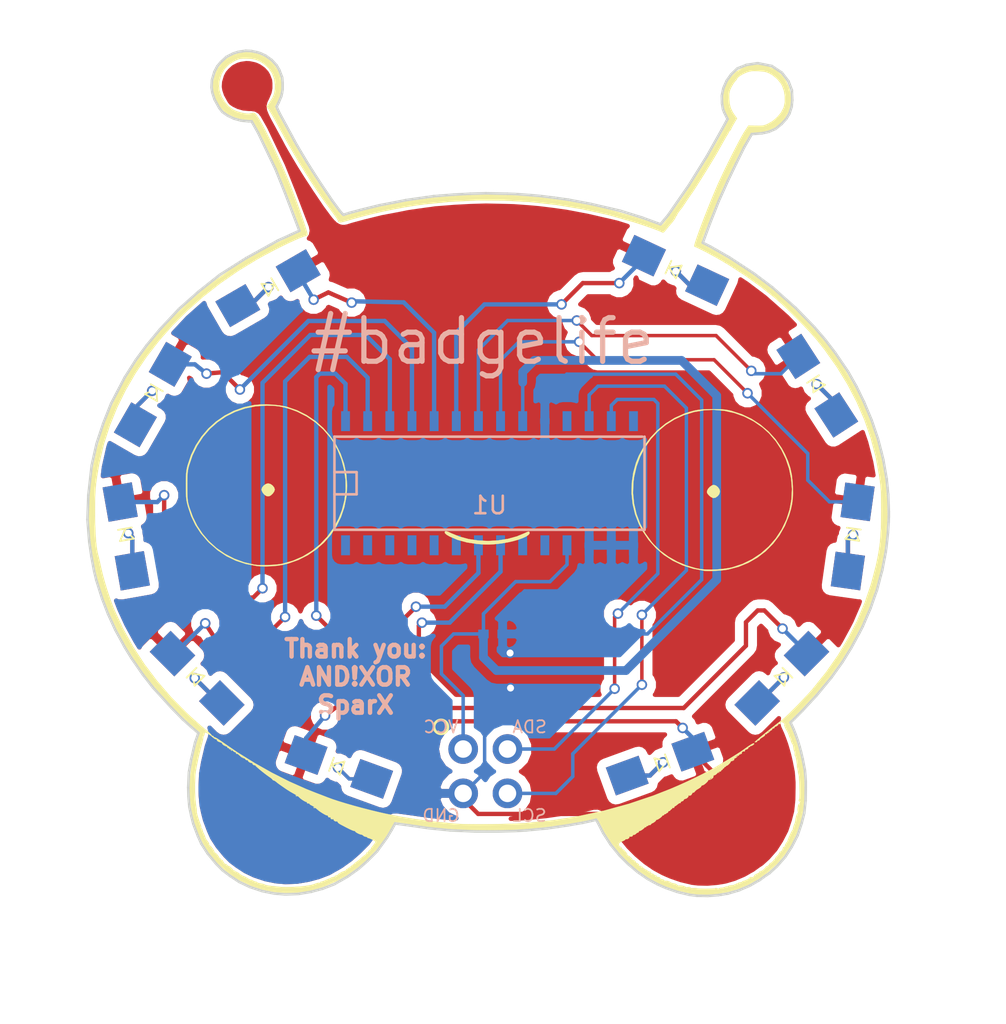
<source format=kicad_pcb>
(kicad_pcb (version 4) (host pcbnew 4.0.7)
  (layers (0 F.Cu signal) (31 B.Cu signal) (34 B.Paste user) (35 F.Paste user) (36 B.SilkS user) (37 F.SilkS user) (38 B.Mask user) (39 F.Mask user) (44 Edge.Cuts user))
  (net 0 "")
  (net 1 +3V3)
  (net 2 GND)
  (net 3 "Net-(D1-Pad2)")
  (net 4 "Net-(D2-Pad2)")
  (net 5 "Net-(D3-Pad2)")
  (net 6 "Net-(D4-Pad2)")
  (net 7 "Net-(D5-Pad2)")
  (net 8 "Net-(D6-Pad2)")
  (net 9 "Net-(D7-Pad2)")
  (net 10 "Net-(D8-Pad2)")
  (net 11 "Net-(D9-Pad2)")
  (net 12 "Net-(D10-Pad2)")
  (net 13 "Net-(R1-Pad1)")
  (net 14 "Net-(R2-Pad1)")
  (net 15 "Net-(R3-Pad1)")
  (net 16 "Net-(R4-Pad1)")
  (net 17 "Net-(R5-Pad1)")
  (net 18 "Net-(R6-Pad1)")
  (net 19 "Net-(R7-Pad1)")
  (net 20 "Net-(R8-Pad1)")
  (net 21 "Net-(R9-Pad1)")
  (net 22 scl)
  (net 23 sda)
  (net 24 "Net-(U1-Pad19)")
  (net 25 "Net-(U1-Pad20)")
  (net 26 "Net-(R10-Pad1)")
  (net 27 "Net-(U1-Pad23)")
  (net 28 "Net-(U1-Pad24)")
  (net 29 "Net-(U1-Pad25)")
  (net 30 "Net-(U1-Pad26)")
  (net 31 "Net-(U1-Pad27)")
  (net 32 "Net-(U1-Pad28)")
  (module mrmeeseeks-addon-lib:R_1206_HandSoldering_NoSilk (layer B.Cu) (at 116.84 111.76 225)
    (fp_text reference R9)
    (fp_text value 220)
    (pad 1 smd rect (at -2 0 225) (size 2 1.7) (layers B.Cu B.Paste B.Mask) (net 21 "Net-(R9-Pad1)"))
    (pad 2 smd rect (at 2 0 225) (size 2 1.7) (layers B.Cu B.Paste B.Mask) (net 11 "Net-(D9-Pad2)"))
  )
  (module mooncake-addon-design:silkscreen (layer F.Cu) (at 100 100)
    (fp_text reference G*** hide)
    (fp_text value LOGO hide)
  )
  (module mooncake-addon-design:soldermask (layer F.Cu) (at 100 100)
    (fp_text reference G*** hide)
    (fp_text value LOGO hide)
  )
  (module mrmeeseeks-addon-lib:Badgelife-Shitty-2x2 (layer F.Cu) (at 99.83724 117.08384)
    (fp_text reference X1)
    (fp_text value Badgelife_shitty_connector)
    (fp_text user SDA (at 2.54 -2.54) (layer B.SilkS) (effects (font (size 0.7 0.7) (thickness 0.1)) (justify mirror)))
    (fp_text user SCL (at 2.54 2.54) (layer B.SilkS) (effects (font (size 0.7 0.7) (thickness 0.1)) (justify mirror)))
    (fp_text user GND (at -2.54 2.54) (layer B.SilkS) (effects (font (size 0.7 0.7) (thickness 0.1)) (justify mirror)))
    (fp_text user VCC (at -2.54 -2.54) (layer B.SilkS) (effects (font (size 0.7 0.7) (thickness 0.1)) (justify mirror)))
    (pad 4 thru_hole circle (at 1.27 -1.27) (size 1.7 1.7) (drill 1) (layers *.Cu *.Mask) (net 23 sda))
    (pad 3 thru_hole oval (at 1.27 1.27) (size 1.7 1.7) (drill 1) (layers *.Cu *.Mask) (net 22 scl))
    (pad 1 thru_hole oval (at -1.27 -1.27) (size 1.7 1.7) (drill 1) (layers *.Cu *.Mask) (net 1 +3V3))
    (pad 2 thru_hole oval (at -1.27 1.27) (size 1.7 1.7) (drill 1) (layers *.Cu *.Mask) (net 2 GND))
  )
  (module SMD_Packages:SOIC-28 (layer B.Cu) (at 100.076 100.584)
    (fp_text reference U1 (at 0 1.26238) (layer B.SilkS) (effects (justify mirror)))
    (fp_text value MCP23017)
    (pad 1 smd rect (at -8.255 -3.556) (size 0.508 1.143) (layers B.Cu B.Paste B.Mask) (net 13 "Net-(R1-Pad1)"))
    (pad 2 smd rect (at -6.985 -3.556) (size 0.508 1.143) (layers B.Cu B.Paste B.Mask) (net 14 "Net-(R2-Pad1)"))
    (pad 3 smd rect (at -5.715 -3.556) (size 0.508 1.143) (layers B.Cu B.Paste B.Mask) (net 15 "Net-(R3-Pad1)"))
    (pad 4 smd rect (at -4.445 -3.556) (size 0.508 1.143) (layers B.Cu B.Paste B.Mask) (net 16 "Net-(R4-Pad1)"))
    (pad 5 smd rect (at -3.175 -3.556) (size 0.508 1.143) (layers B.Cu B.Paste B.Mask) (net 17 "Net-(R5-Pad1)"))
    (pad 6 smd rect (at -1.905 -3.556) (size 0.508 1.143) (layers B.Cu B.Paste B.Mask) (net 18 "Net-(R6-Pad1)"))
    (pad 7 smd rect (at -0.635 -3.556) (size 0.508 1.143) (layers B.Cu B.Paste B.Mask) (net 19 "Net-(R7-Pad1)"))
    (pad 8 smd rect (at 0.635 -3.556) (size 0.508 1.143) (layers B.Cu B.Paste B.Mask) (net 20 "Net-(R8-Pad1)"))
    (pad 9 smd rect (at 1.905 -3.556) (size 0.508 1.143) (layers B.Cu B.Paste B.Mask) (net 1 +3V3))
    (pad 10 smd rect (at 3.175 -3.556) (size 0.508 1.143) (layers B.Cu B.Paste B.Mask) (net 2 GND))
    (pad 11 smd rect (at 4.445 -3.556) (size 0.508 1.143) (layers B.Cu B.Paste B.Mask))
    (pad 12 smd rect (at 5.715 -3.556) (size 0.508 1.143) (layers B.Cu B.Paste B.Mask) (net 22 scl))
    (pad 13 smd rect (at 6.985 -3.556) (size 0.508 1.143) (layers B.Cu B.Paste B.Mask) (net 23 sda))
    (pad 14 smd rect (at 8.255 -3.556) (size 0.508 1.143) (layers B.Cu B.Paste B.Mask))
    (pad 15 smd rect (at 8.255 3.556) (size 0.508 1.143) (layers B.Cu B.Paste B.Mask) (net 2 GND))
    (pad 16 smd rect (at 6.985 3.556) (size 0.508 1.143) (layers B.Cu B.Paste B.Mask) (net 2 GND))
    (pad 17 smd rect (at 5.715 3.556) (size 0.508 1.143) (layers B.Cu B.Paste B.Mask) (net 2 GND))
    (pad 18 smd rect (at 4.445 3.556) (size 0.508 1.143) (layers B.Cu B.Paste B.Mask) (net 1 +3V3))
    (pad 19 smd rect (at 3.175 3.556) (size 0.508 1.143) (layers B.Cu B.Paste B.Mask) (net 24 "Net-(U1-Pad19)"))
    (pad 20 smd rect (at 1.905 3.556) (size 0.508 1.143) (layers B.Cu B.Paste B.Mask) (net 25 "Net-(U1-Pad20)"))
    (pad 21 smd rect (at 0.635 3.556) (size 0.508 1.143) (layers B.Cu B.Paste B.Mask) (net 21 "Net-(R9-Pad1)"))
    (pad 22 smd rect (at -0.635 3.556) (size 0.508 1.143) (layers B.Cu B.Paste B.Mask) (net 26 "Net-(R10-Pad1)"))
    (pad 23 smd rect (at -1.905 3.556) (size 0.508 1.143) (layers B.Cu B.Paste B.Mask) (net 27 "Net-(U1-Pad23)"))
    (pad 24 smd rect (at -3.175 3.556) (size 0.508 1.143) (layers B.Cu B.Paste B.Mask) (net 28 "Net-(U1-Pad24)"))
    (pad 25 smd rect (at -4.445 3.556) (size 0.508 1.143) (layers B.Cu B.Paste B.Mask) (net 29 "Net-(U1-Pad25)"))
    (pad 26 smd rect (at -5.715 3.556) (size 0.508 1.143) (layers B.Cu B.Paste B.Mask) (net 30 "Net-(U1-Pad26)"))
    (pad 27 smd rect (at -6.985 3.556) (size 0.508 1.143) (layers B.Cu B.Paste B.Mask) (net 31 "Net-(U1-Pad27)"))
    (pad 28 smd rect (at -8.255 3.556) (size 0.508 1.143) (layers B.Cu B.Paste B.Mask) (net 32 "Net-(U1-Pad28)"))
  )
  (module mrmeeseeks-addon-lib:C_0402_NoSilk_NoText (layer B.Cu) (at 100.2792 109.22)
    (fp_text reference C1)
    (fp_text value 0.1uf)
    (pad 1 smd rect (at -0.55 0) (size 0.6 0.5) (layers B.Cu B.Paste B.Mask) (net 1 +3V3))
    (pad 2 smd rect (at 0.55 0) (size 0.6 0.5) (layers B.Cu B.Paste B.Mask) (net 2 GND))
  )
  (module mrmeeseeks-addon-lib:R_1206_HandSoldering_NoSilk (layer B.Cu) (at 109.855 116.6495 200)
    (fp_text reference R10)
    (fp_text value 220)
    (pad 1 smd rect (at -2 0 200) (size 2 1.7) (layers B.Cu B.Paste B.Mask) (net 26 "Net-(R10-Pad1)"))
    (pad 2 smd rect (at 2 0 200) (size 2 1.7) (layers B.Cu B.Paste B.Mask) (net 12 "Net-(D10-Pad2)"))
  )
  (module mrmeeseeks-addon-lib:LED_1206_HandSoldering_MinSilk (layer F.Cu) (at 109.855 116.6495 200)
    (fp_text reference D10)
    (fp_text value LED)
    (pad 1 smd rect (at -2 0 200) (size 2 1.7) (layers F.Cu F.Paste F.Mask) (net 2 GND))
    (pad 2 smd rect (at 2 0 200) (size 2 1.7) (layers F.Cu F.Paste F.Mask) (net 12 "Net-(D10-Pad2)"))
  )
  (module mrmeeseeks-addon-lib:LED_1206_HandSoldering_MinSilk (layer F.Cu) (at 91.44 116.84 340)
    (fp_text reference D1)
    (fp_text value LED)
    (pad 1 smd rect (at -2 0 340) (size 2 1.7) (layers F.Cu F.Paste F.Mask) (net 2 GND))
    (pad 2 smd rect (at 2 0 340) (size 2 1.7) (layers F.Cu F.Paste F.Mask) (net 3 "Net-(D1-Pad2)"))
  )
  (module mrmeeseeks-addon-lib:LED_1206_HandSoldering_MinSilk (layer F.Cu) (at 83.312 111.76 315)
    (fp_text reference D2)
    (fp_text value LED)
    (pad 1 smd rect (at -2 0 315) (size 2 1.7) (layers F.Cu F.Paste F.Mask) (net 2 GND))
    (pad 2 smd rect (at 2 0 315) (size 2 1.7) (layers F.Cu F.Paste F.Mask) (net 4 "Net-(D2-Pad2)"))
  )
  (module mrmeeseeks-addon-lib:LED_1206_HandSoldering_MinSilk (layer F.Cu) (at 79.248 103.632 280)
    (fp_text reference D3)
    (fp_text value LED)
    (pad 1 smd rect (at -2 0 280) (size 2 1.7) (layers F.Cu F.Paste F.Mask) (net 2 GND))
    (pad 2 smd rect (at 2 0 280) (size 2 1.7) (layers F.Cu F.Paste F.Mask) (net 5 "Net-(D3-Pad2)"))
  )
  (module mrmeeseeks-addon-lib:LED_1206_HandSoldering_MinSilk (layer F.Cu) (at 80.772 95.504 240)
    (fp_text reference D4)
    (fp_text value LED)
    (pad 1 smd rect (at -2 0 240) (size 2 1.7) (layers F.Cu F.Paste F.Mask) (net 2 GND))
    (pad 2 smd rect (at 2 0 240) (size 2 1.7) (layers F.Cu F.Paste F.Mask) (net 6 "Net-(D4-Pad2)"))
  )
  (module mrmeeseeks-addon-lib:LED_1206_HandSoldering_MinSilk (layer F.Cu) (at 87.376 89.408 210)
    (fp_text reference D5)
    (fp_text value LED)
    (pad 1 smd rect (at -2 0 210) (size 2 1.7) (layers F.Cu F.Paste F.Mask) (net 2 GND))
    (pad 2 smd rect (at 2 0 210) (size 2 1.7) (layers F.Cu F.Paste F.Mask) (net 7 "Net-(D5-Pad2)"))
  )
  (module mrmeeseeks-addon-lib:LED_1206_HandSoldering_MinSilk (layer F.Cu) (at 110.744 88.392 335)
    (fp_text reference D6)
    (fp_text value LED)
    (pad 1 smd rect (at -2 0 335) (size 2 1.7) (layers F.Cu F.Paste F.Mask) (net 2 GND))
    (pad 2 smd rect (at 2 0 335) (size 2 1.7) (layers F.Cu F.Paste F.Mask) (net 8 "Net-(D6-Pad2)"))
  )
  (module mrmeeseeks-addon-lib:LED_1206_HandSoldering_MinSilk (layer F.Cu) (at 118.872 94.996 303)
    (fp_text reference D7)
    (fp_text value LED)
    (pad 1 smd rect (at -2 0 303) (size 2 1.7) (layers F.Cu F.Paste F.Mask) (net 2 GND))
    (pad 2 smd rect (at 2 0 303) (size 2 1.7) (layers F.Cu F.Paste F.Mask) (net 9 "Net-(D7-Pad2)"))
  )
  (module mrmeeseeks-addon-lib:LED_1206_HandSoldering_MinSilk (layer F.Cu) (at 120.904 103.632 262)
    (fp_text reference D8)
    (fp_text value LED)
    (pad 1 smd rect (at -2 0 262) (size 2 1.7) (layers F.Cu F.Paste F.Mask) (net 2 GND))
    (pad 2 smd rect (at 2 0 262) (size 2 1.7) (layers F.Cu F.Paste F.Mask) (net 10 "Net-(D8-Pad2)"))
  )
  (module mrmeeseeks-addon-lib:LED_1206_HandSoldering_MinSilk (layer F.Cu) (at 116.84 111.76 225)
    (fp_text reference D9)
    (fp_text value LED)
    (pad 1 smd rect (at -2 0 225) (size 2 1.7) (layers F.Cu F.Paste F.Mask) (net 2 GND))
    (pad 2 smd rect (at 2 0 225) (size 2 1.7) (layers F.Cu F.Paste F.Mask) (net 11 "Net-(D9-Pad2)"))
  )
  (module mrmeeseeks-addon-lib:R_1206_HandSoldering_NoSilk (layer B.Cu) (at 120.904 103.632 262)
    (fp_text reference R8)
    (fp_text value 220)
    (pad 1 smd rect (at -2 0 262) (size 2 1.7) (layers B.Cu B.Paste B.Mask) (net 20 "Net-(R8-Pad1)"))
    (pad 2 smd rect (at 2 0 262) (size 2 1.7) (layers B.Cu B.Paste B.Mask) (net 10 "Net-(D8-Pad2)"))
  )
  (module mrmeeseeks-addon-lib:R_1206_HandSoldering_NoSilk (layer B.Cu) (at 118.872 94.996 303)
    (fp_text reference R7)
    (fp_text value 220)
    (pad 1 smd rect (at -2 0 303) (size 2 1.7) (layers B.Cu B.Paste B.Mask) (net 19 "Net-(R7-Pad1)"))
    (pad 2 smd rect (at 2 0 303) (size 2 1.7) (layers B.Cu B.Paste B.Mask) (net 9 "Net-(D7-Pad2)"))
  )
  (module mrmeeseeks-addon-lib:R_1206_HandSoldering_NoSilk (layer B.Cu) (at 110.744 88.392 335)
    (fp_text reference R6)
    (fp_text value 220)
    (pad 1 smd rect (at -2 0 335) (size 2 1.7) (layers B.Cu B.Paste B.Mask) (net 18 "Net-(R6-Pad1)"))
    (pad 2 smd rect (at 2 0 335) (size 2 1.7) (layers B.Cu B.Paste B.Mask) (net 8 "Net-(D6-Pad2)"))
  )
  (module mrmeeseeks-addon-lib:R_1206_HandSoldering_NoSilk (layer B.Cu) (at 87.376 89.408 210)
    (fp_text reference R5)
    (fp_text value 220)
    (pad 1 smd rect (at -2 0 210) (size 2 1.7) (layers B.Cu B.Paste B.Mask) (net 17 "Net-(R5-Pad1)"))
    (pad 2 smd rect (at 2 0 210) (size 2 1.7) (layers B.Cu B.Paste B.Mask) (net 7 "Net-(D5-Pad2)"))
  )
  (module mrmeeseeks-addon-lib:R_1206_HandSoldering_NoSilk (layer B.Cu) (at 80.772 95.504 240)
    (fp_text reference R4)
    (fp_text value 220)
    (pad 1 smd rect (at -2 0 240) (size 2 1.7) (layers B.Cu B.Paste B.Mask) (net 16 "Net-(R4-Pad1)"))
    (pad 2 smd rect (at 2 0 240) (size 2 1.7) (layers B.Cu B.Paste B.Mask) (net 6 "Net-(D4-Pad2)"))
  )
  (module mrmeeseeks-addon-lib:R_1206_HandSoldering_NoSilk (layer B.Cu) (at 79.248 103.632 280)
    (fp_text reference R3)
    (fp_text value 220)
    (pad 1 smd rect (at -2 0 280) (size 2 1.7) (layers B.Cu B.Paste B.Mask) (net 15 "Net-(R3-Pad1)"))
    (pad 2 smd rect (at 2 0 280) (size 2 1.7) (layers B.Cu B.Paste B.Mask) (net 5 "Net-(D3-Pad2)"))
  )
  (module mrmeeseeks-addon-lib:R_1206_HandSoldering_NoSilk (layer B.Cu) (at 83.312 111.76 315)
    (fp_text reference R2)
    (fp_text value 220)
    (pad 1 smd rect (at -2 0 315) (size 2 1.7) (layers B.Cu B.Paste B.Mask) (net 14 "Net-(R2-Pad1)"))
    (pad 2 smd rect (at 2 0 315) (size 2 1.7) (layers B.Cu B.Paste B.Mask) (net 4 "Net-(D2-Pad2)"))
  )
  (module mrmeeseeks-addon-lib:R_1206_HandSoldering_NoSilk (layer B.Cu) (at 91.44 116.84 340)
    (fp_text reference R1)
    (fp_text value 220)
    (pad 1 smd rect (at -2 0 340) (size 2 1.7) (layers B.Cu B.Paste B.Mask) (net 13 "Net-(R1-Pad1)"))
    (pad 2 smd rect (at 2 0 340) (size 2 1.7) (layers B.Cu B.Paste B.Mask) (net 3 "Net-(D1-Pad2)"))
  )
  (gr_line (start 120.6373 94.1959) (end 121.0818 94.9833) (angle 90) (layer Edge.Cuts) (width 0.15))
  (gr_line (start 119.9007 93.1164) (end 120.6373 94.1959) (angle 90) (layer Edge.Cuts) (width 0.15))
  (gr_line (start 119.3165 92.3544) (end 119.9007 93.1164) (angle 90) (layer Edge.Cuts) (width 0.15))
  (gr_line (start 118.6942 91.6305) (end 119.3165 92.3544) (angle 90) (layer Edge.Cuts) (width 0.15))
  (gr_line (start 117.6274 90.5383) (end 118.6942 91.6305) (angle 90) (layer Edge.Cuts) (width 0.15))
  (gr_line (start 116.3193 89.3826) (end 117.6274 90.5383) (angle 90) (layer Edge.Cuts) (width 0.15))
  (gr_line (start 115.2398 88.5698) (end 116.3193 89.3826) (angle 90) (layer Edge.Cuts) (width 0.15))
  (gr_line (start 113.8428 87.6554) (end 115.2398 88.5698) (angle 90) (layer Edge.Cuts) (width 0.15))
  (gr_line (start 112.776 87.0458) (end 113.8428 87.6554) (angle 90) (layer Edge.Cuts) (width 0.15))
  (gr_line (start 112.3061 86.8045) (end 112.776 87.0458) (angle 90) (layer Edge.Cuts) (width 0.15))
  (gr_line (start 112.7125 85.6996) (end 112.3061 86.8045) (angle 90) (layer Edge.Cuts) (width 0.15))
  (gr_line (start 113.2205 84.4169) (end 112.7125 85.6996) (angle 90) (layer Edge.Cuts) (width 0.15))
  (gr_line (start 113.7412 83.2612) (end 113.2205 84.4169) (angle 90) (layer Edge.Cuts) (width 0.15))
  (gr_line (start 114.2111 82.2833) (end 113.7412 83.2612) (angle 90) (layer Edge.Cuts) (width 0.15))
  (gr_line (start 114.681 81.3308) (end 114.2111 82.2833) (angle 90) (layer Edge.Cuts) (width 0.15))
  (gr_line (start 115.1128 80.5815) (end 114.681 81.3308) (angle 90) (layer Edge.Cuts) (width 0.15))
  (gr_line (start 115.7097 80.5307) (end 115.1128 80.5815) (angle 90) (layer Edge.Cuts) (width 0.15))
  (gr_line (start 116.078 80.4545) (end 115.7097 80.5307) (angle 90) (layer Edge.Cuts) (width 0.15))
  (gr_line (start 116.4844 80.2767) (end 116.078 80.4545) (angle 90) (layer Edge.Cuts) (width 0.15))
  (gr_line (start 116.8273 79.9973) (end 116.4844 80.2767) (angle 90) (layer Edge.Cuts) (width 0.15))
  (gr_line (start 117.094 79.7052) (end 116.8273 79.9973) (angle 90) (layer Edge.Cuts) (width 0.15))
  (gr_line (start 117.2718 79.4131) (end 117.094 79.7052) (angle 90) (layer Edge.Cuts) (width 0.15))
  (gr_line (start 117.3988 79.0194) (end 117.2718 79.4131) (angle 90) (layer Edge.Cuts) (width 0.15))
  (gr_line (start 117.4369 78.6384) (end 117.3988 79.0194) (angle 90) (layer Edge.Cuts) (width 0.15))
  (gr_line (start 117.4115 78.0669) (end 117.4369 78.6384) (angle 90) (layer Edge.Cuts) (width 0.15))
  (gr_line (start 117.221 77.5589) (end 117.4115 78.0669) (angle 90) (layer Edge.Cuts) (width 0.15))
  (gr_line (start 116.84 77.0636) (end 117.221 77.5589) (angle 90) (layer Edge.Cuts) (width 0.15))
  (gr_line (start 116.2685 76.6826) (end 116.84 77.0636) (angle 90) (layer Edge.Cuts) (width 0.15))
  (gr_line (start 115.4557 76.5175) (end 116.2685 76.6826) (angle 90) (layer Edge.Cuts) (width 0.15))
  (gr_line (start 114.808 76.6191) (end 115.4557 76.5175) (angle 90) (layer Edge.Cuts) (width 0.15))
  (gr_line (start 114.2873 76.8223) (end 114.808 76.6191) (angle 90) (layer Edge.Cuts) (width 0.15))
  (gr_line (start 113.9317 77.1652) (end 114.2873 76.8223) (angle 90) (layer Edge.Cuts) (width 0.15))
  (gr_line (start 113.6777 77.5208) (end 113.9317 77.1652) (angle 90) (layer Edge.Cuts) (width 0.15))
  (gr_line (start 113.4872 77.9526) (end 113.6777 77.5208) (angle 90) (layer Edge.Cuts) (width 0.15))
  (gr_line (start 113.3983 78.3844) (end 113.4872 77.9526) (angle 90) (layer Edge.Cuts) (width 0.15))
  (gr_line (start 113.411 78.8162) (end 113.3983 78.3844) (angle 90) (layer Edge.Cuts) (width 0.15))
  (gr_line (start 113.4618 79.1337) (end 113.411 78.8162) (angle 90) (layer Edge.Cuts) (width 0.15))
  (gr_line (start 113.538 79.3369) (end 113.4618 79.1337) (angle 90) (layer Edge.Cuts) (width 0.15))
  (gr_line (start 113.7285 79.7179) (end 113.538 79.3369) (angle 90) (layer Edge.Cuts) (width 0.15))
  (gr_line (start 113.411 80.3021) (end 113.7285 79.7179) (angle 90) (layer Edge.Cuts) (width 0.15))
  (gr_line (start 112.5474 81.8388) (end 113.411 80.3021) (angle 90) (layer Edge.Cuts) (width 0.15))
  (gr_line (start 111.506 83.5152) (end 112.5474 81.8388) (angle 90) (layer Edge.Cuts) (width 0.15))
  (gr_line (start 110.3249 85.217) (end 111.506 83.5152) (angle 90) (layer Edge.Cuts) (width 0.15))
  (gr_line (start 109.8804 85.7504) (end 110.3249 85.217) (angle 90) (layer Edge.Cuts) (width 0.15))
  (gr_line (start 108.839 85.3694) (end 109.8804 85.7504) (angle 90) (layer Edge.Cuts) (width 0.15))
  (gr_line (start 107.5817 84.9757) (end 108.839 85.3694) (angle 90) (layer Edge.Cuts) (width 0.15))
  (gr_line (start 105.8799 84.582) (end 107.5817 84.9757) (angle 90) (layer Edge.Cuts) (width 0.15))
  (gr_line (start 104.6099 84.3407) (end 105.8799 84.582) (angle 90) (layer Edge.Cuts) (width 0.15))
  (gr_line (start 103.7971 84.2264) (end 104.6099 84.3407) (angle 90) (layer Edge.Cuts) (width 0.15))
  (gr_line (start 102.9716 84.1248) (end 103.7971 84.2264) (angle 90) (layer Edge.Cuts) (width 0.15))
  (gr_line (start 102.3874 84.074) (end 102.9716 84.1248) (angle 90) (layer Edge.Cuts) (width 0.15))
  (gr_line (start 101.5111 84.0105) (end 102.3874 84.074) (angle 90) (layer Edge.Cuts) (width 0.15))
  (gr_line (start 101.1047 83.9978) (end 101.5111 84.0105) (angle 90) (layer Edge.Cuts) (width 0.15))
  (gr_line (start 99.8728 83.9724) (end 101.1047 83.9978) (angle 90) (layer Edge.Cuts) (width 0.15))
  (gr_line (start 98.9711 83.9978) (end 99.8728 83.9724) (angle 90) (layer Edge.Cuts) (width 0.15))
  (gr_line (start 98.0186 84.0486) (end 98.9711 83.9978) (angle 90) (layer Edge.Cuts) (width 0.15))
  (gr_line (start 97.2185 84.1121) (end 98.0186 84.0486) (angle 90) (layer Edge.Cuts) (width 0.15))
  (gr_line (start 96.8756 84.1375) (end 97.2185 84.1121) (angle 90) (layer Edge.Cuts) (width 0.15))
  (gr_line (start 96.6343 84.1756) (end 96.8756 84.1375) (angle 90) (layer Edge.Cuts) (width 0.15))
  (gr_line (start 96.4311 84.201) (end 96.6343 84.1756) (angle 90) (layer Edge.Cuts) (width 0.15))
  (gr_line (start 95.7961 84.2899) (end 96.4311 84.201) (angle 90) (layer Edge.Cuts) (width 0.15))
  (gr_line (start 95.2754 84.3661) (end 95.7961 84.2899) (angle 90) (layer Edge.Cuts) (width 0.15))
  (gr_line (start 94.6404 84.4931) (end 95.2754 84.3661) (angle 90) (layer Edge.Cuts) (width 0.15))
  (gr_line (start 93.7641 84.6582) (end 94.6404 84.4931) (angle 90) (layer Edge.Cuts) (width 0.15))
  (gr_line (start 92.7354 84.9122) (end 93.7641 84.6582) (angle 90) (layer Edge.Cuts) (width 0.15))
  (gr_line (start 92.0242 85.1027) (end 92.7354 84.9122) (angle 90) (layer Edge.Cuts) (width 0.15))
  (gr_line (start 91.7067 85.2043) (end 92.0242 85.1027) (angle 90) (layer Edge.Cuts) (width 0.15))
  (gr_line (start 91.6432 85.1535) (end 91.7067 85.2043) (angle 90) (layer Edge.Cuts) (width 0.15))
  (gr_line (start 91.4781 84.963) (end 91.6432 85.1535) (angle 90) (layer Edge.Cuts) (width 0.15))
  (gr_line (start 91.0463 84.3788) (end 91.4781 84.963) (angle 90) (layer Edge.Cuts) (width 0.15))
  (gr_line (start 90.8939 84.1502) (end 91.0463 84.3788) (angle 90) (layer Edge.Cuts) (width 0.15))
  (gr_line (start 90.7542 83.947) (end 90.8939 84.1502) (angle 90) (layer Edge.Cuts) (width 0.15))
  (gr_line (start 90.6272 83.7565) (end 90.7542 83.947) (angle 90) (layer Edge.Cuts) (width 0.15))
  (gr_line (start 90.4621 83.5152) (end 90.6272 83.7565) (angle 90) (layer Edge.Cuts) (width 0.15))
  (gr_line (start 89.9414 82.7151) (end 90.4621 83.5152) (angle 90) (layer Edge.Cuts) (width 0.15))
  (gr_line (start 89.5985 82.169) (end 89.9414 82.7151) (angle 90) (layer Edge.Cuts) (width 0.15))
  (gr_line (start 89.2556 81.5975) (end 89.5985 82.169) (angle 90) (layer Edge.Cuts) (width 0.15))
  (gr_line (start 89.0397 81.2292) (end 89.2556 81.5975) (angle 90) (layer Edge.Cuts) (width 0.15))
  (gr_line (start 88.8746 80.9371) (end 89.0397 81.2292) (angle 90) (layer Edge.Cuts) (width 0.15))
  (gr_line (start 88.7476 80.6958) (end 88.8746 80.9371) (angle 90) (layer Edge.Cuts) (width 0.15))
  (gr_line (start 88.4301 80.1116) (end 88.7476 80.6958) (angle 90) (layer Edge.Cuts) (width 0.15))
  (gr_line (start 88.0491 79.4131) (end 88.4301 80.1116) (angle 90) (layer Edge.Cuts) (width 0.15))
  (gr_line (start 87.9221 79.1464) (end 88.0491 79.4131) (angle 90) (layer Edge.Cuts) (width 0.15))
  (gr_line (start 87.8713 79.0067) (end 87.9221 79.1464) (angle 90) (layer Edge.Cuts) (width 0.15))
  (gr_line (start 87.9729 78.8035) (end 87.8713 79.0067) (angle 90) (layer Edge.Cuts) (width 0.15))
  (gr_line (start 88.138 78.4098) (end 87.9729 78.8035) (angle 90) (layer Edge.Cuts) (width 0.15))
  (gr_line (start 88.1761 78.232) (end 88.138 78.4098) (angle 90) (layer Edge.Cuts) (width 0.15))
  (gr_line (start 88.2142 78.0161) (end 88.1761 78.232) (angle 90) (layer Edge.Cuts) (width 0.15))
  (gr_line (start 88.2142 77.6478) (end 88.2142 78.0161) (angle 90) (layer Edge.Cuts) (width 0.15))
  (gr_line (start 88.1888 77.343) (end 88.2142 77.6478) (angle 90) (layer Edge.Cuts) (width 0.15))
  (gr_line (start 88.0237 76.9112) (end 88.1888 77.343) (angle 90) (layer Edge.Cuts) (width 0.15))
  (gr_line (start 87.8713 76.6445) (end 88.0237 76.9112) (angle 90) (layer Edge.Cuts) (width 0.15))
  (gr_line (start 87.5919 76.3397) (end 87.8713 76.6445) (angle 90) (layer Edge.Cuts) (width 0.15))
  (gr_line (start 87.2363 76.0857) (end 87.5919 76.3397) (angle 90) (layer Edge.Cuts) (width 0.15))
  (gr_line (start 86.9696 75.9587) (end 87.2363 76.0857) (angle 90) (layer Edge.Cuts) (width 0.15))
  (gr_line (start 86.7664 75.8952) (end 86.9696 75.9587) (angle 90) (layer Edge.Cuts) (width 0.15))
  (gr_line (start 86.3981 75.819) (end 86.7664 75.8952) (angle 90) (layer Edge.Cuts) (width 0.15))
  (gr_line (start 86.0933 75.8063) (end 86.3981 75.819) (angle 90) (layer Edge.Cuts) (width 0.15))
  (gr_line (start 85.6742 75.8698) (end 86.0933 75.8063) (angle 90) (layer Edge.Cuts) (width 0.15))
  (gr_line (start 85.3821 75.9587) (end 85.6742 75.8698) (angle 90) (layer Edge.Cuts) (width 0.15))
  (gr_line (start 84.9884 76.1619) (end 85.3821 75.9587) (angle 90) (layer Edge.Cuts) (width 0.15))
  (gr_line (start 84.6709 76.454) (end 84.9884 76.1619) (angle 90) (layer Edge.Cuts) (width 0.15))
  (gr_line (start 84.4677 76.6953) (end 84.6709 76.454) (angle 90) (layer Edge.Cuts) (width 0.15))
  (gr_line (start 84.3026 77.0128) (end 84.4677 76.6953) (angle 90) (layer Edge.Cuts) (width 0.15))
  (gr_line (start 84.1629 77.4827) (end 84.3026 77.0128) (angle 90) (layer Edge.Cuts) (width 0.15))
  (gr_line (start 84.1375 77.9018) (end 84.1629 77.4827) (angle 90) (layer Edge.Cuts) (width 0.15))
  (gr_line (start 84.1883 78.2193) (end 84.1375 77.9018) (angle 90) (layer Edge.Cuts) (width 0.15))
  (gr_line (start 84.3153 78.6003) (end 84.1883 78.2193) (angle 90) (layer Edge.Cuts) (width 0.15))
  (gr_line (start 84.582 79.0829) (end 84.3153 78.6003) (angle 90) (layer Edge.Cuts) (width 0.15))
  (gr_line (start 84.7598 79.3115) (end 84.582 79.0829) (angle 90) (layer Edge.Cuts) (width 0.15))
  (gr_line (start 85.0519 79.5147) (end 84.7598 79.3115) (angle 90) (layer Edge.Cuts) (width 0.15))
  (gr_line (start 85.4202 79.6925) (end 85.0519 79.5147) (angle 90) (layer Edge.Cuts) (width 0.15))
  (gr_line (start 85.8393 79.8068) (end 85.4202 79.6925) (angle 90) (layer Edge.Cuts) (width 0.15))
  (gr_line (start 86.2457 79.8449) (end 85.8393 79.8068) (angle 90) (layer Edge.Cuts) (width 0.15))
  (gr_line (start 86.4362 79.8449) (end 86.2457 79.8449) (angle 90) (layer Edge.Cuts) (width 0.15))
  (gr_line (start 86.8045 80.4926) (end 86.4362 79.8449) (angle 90) (layer Edge.Cuts) (width 0.15))
  (gr_line (start 87.8078 82.5881) (end 86.8045 80.4926) (angle 90) (layer Edge.Cuts) (width 0.15))
  (gr_line (start 88.3666 83.9851) (end 87.8078 82.5881) (angle 90) (layer Edge.Cuts) (width 0.15))
  (gr_line (start 89.1794 86.1187) (end 88.3666 83.9851) (angle 90) (layer Edge.Cuts) (width 0.15))
  (gr_line (start 87.9475 86.6775) (end 89.1794 86.1187) (angle 90) (layer Edge.Cuts) (width 0.15))
  (gr_line (start 86.1314 87.6808) (end 87.9475 86.6775) (angle 90) (layer Edge.Cuts) (width 0.15))
  (gr_line (start 84.6074 88.646) (end 86.1314 87.6808) (angle 90) (layer Edge.Cuts) (width 0.15))
  (gr_line (start 83.3882 89.6112) (end 84.6074 88.646) (angle 90) (layer Edge.Cuts) (width 0.15))
  (gr_line (start 82.2706 90.6018) (end 83.3882 89.6112) (angle 90) (layer Edge.Cuts) (width 0.15))
  (gr_line (start 81.1784 91.7702) (end 82.2706 90.6018) (angle 90) (layer Edge.Cuts) (width 0.15))
  (gr_line (start 80.4164 92.6846) (end 81.1784 91.7702) (angle 90) (layer Edge.Cuts) (width 0.15))
  (gr_line (start 79.8068 93.5101) (end 80.4164 92.6846) (angle 90) (layer Edge.Cuts) (width 0.15))
  (gr_line (start 79.1591 94.5261) (end 79.8068 93.5101) (angle 90) (layer Edge.Cuts) (width 0.15))
  (gr_line (start 78.3844 96.012) (end 79.1591 94.5261) (angle 90) (layer Edge.Cuts) (width 0.15))
  (gr_line (start 77.9272 97.1677) (end 78.3844 96.012) (angle 90) (layer Edge.Cuts) (width 0.15))
  (gr_line (start 77.5462 98.3234) (end 77.9272 97.1677) (angle 90) (layer Edge.Cuts) (width 0.15))
  (gr_line (start 77.2668 99.568) (end 77.5462 98.3234) (angle 90) (layer Edge.Cuts) (width 0.15))
  (gr_line (start 77.0763 101.2698) (end 77.2668 99.568) (angle 90) (layer Edge.Cuts) (width 0.15))
  (gr_line (start 77.0255 102.6668) (end 77.0763 101.2698) (angle 90) (layer Edge.Cuts) (width 0.15))
  (gr_line (start 77.1271 103.9368) (end 77.0255 102.6668) (angle 90) (layer Edge.Cuts) (width 0.15))
  (gr_line (start 77.2541 104.8004) (end 77.1271 103.9368) (angle 90) (layer Edge.Cuts) (width 0.15))
  (gr_line (start 77.4065 105.6132) (end 77.2541 104.8004) (angle 90) (layer Edge.Cuts) (width 0.15))
  (gr_line (start 77.5335 106.1339) (end 77.4065 105.6132) (angle 90) (layer Edge.Cuts) (width 0.15))
  (gr_line (start 77.8637 107.188) (end 77.5335 106.1339) (angle 90) (layer Edge.Cuts) (width 0.15))
  (gr_line (start 78.2066 108.077) (end 77.8637 107.188) (angle 90) (layer Edge.Cuts) (width 0.15))
  (gr_line (start 78.6257 108.9914) (end 78.2066 108.077) (angle 90) (layer Edge.Cuts) (width 0.15))
  (gr_line (start 79.1591 109.9693) (end 78.6257 108.9914) (angle 90) (layer Edge.Cuts) (width 0.15))
  (gr_line (start 79.5401 110.5916) (end 79.1591 109.9693) (angle 90) (layer Edge.Cuts) (width 0.15))
  (gr_line (start 80.2005 111.5441) (end 79.5401 110.5916) (angle 90) (layer Edge.Cuts) (width 0.15))
  (gr_line (start 80.7847 112.2934) (end 80.2005 111.5441) (angle 90) (layer Edge.Cuts) (width 0.15))
  (gr_line (start 81.8642 113.4745) (end 80.7847 112.2934) (angle 90) (layer Edge.Cuts) (width 0.15))
  (gr_line (start 82.4992 114.1222) (end 81.8642 113.4745) (angle 90) (layer Edge.Cuts) (width 0.15))
  (gr_line (start 82.9564 114.5286) (end 82.4992 114.1222) (angle 90) (layer Edge.Cuts) (width 0.15))
  (gr_line (start 83.3882 114.8969) (end 82.9564 114.5286) (angle 90) (layer Edge.Cuts) (width 0.15))
  (gr_line (start 83.1977 115.443) (end 83.3882 114.8969) (angle 90) (layer Edge.Cuts) (width 0.15))
  (gr_line (start 82.9691 116.4209) (end 83.1977 115.443) (angle 90) (layer Edge.Cuts) (width 0.15))
  (gr_line (start 82.8421 117.1448) (end 82.9691 116.4209) (angle 90) (layer Edge.Cuts) (width 0.15))
  (gr_line (start 82.804 118.0211) (end 82.8421 117.1448) (angle 90) (layer Edge.Cuts) (width 0.15))
  (gr_line (start 82.8167 118.5164) (end 82.804 118.0211) (angle 90) (layer Edge.Cuts) (width 0.15))
  (gr_line (start 82.8675 119.126) (end 82.8167 118.5164) (angle 90) (layer Edge.Cuts) (width 0.15))
  (gr_line (start 82.9818 119.6594) (end 82.8675 119.126) (angle 90) (layer Edge.Cuts) (width 0.15))
  (gr_line (start 83.0961 120.1039) (end 82.9818 119.6594) (angle 90) (layer Edge.Cuts) (width 0.15))
  (gr_line (start 83.3501 120.777) (end 83.0961 120.1039) (angle 90) (layer Edge.Cuts) (width 0.15))
  (gr_line (start 83.5533 121.2342) (end 83.3501 120.777) (angle 90) (layer Edge.Cuts) (width 0.15))
  (gr_line (start 83.9216 121.8057) (end 83.5533 121.2342) (angle 90) (layer Edge.Cuts) (width 0.15))
  (gr_line (start 84.4042 122.3899) (end 83.9216 121.8057) (angle 90) (layer Edge.Cuts) (width 0.15))
  (gr_line (start 84.7852 122.7709) (end 84.4042 122.3899) (angle 90) (layer Edge.Cuts) (width 0.15))
  (gr_line (start 85.1916 123.0757) (end 84.7852 122.7709) (angle 90) (layer Edge.Cuts) (width 0.15))
  (gr_line (start 85.7123 123.4186) (end 85.1916 123.0757) (angle 90) (layer Edge.Cuts) (width 0.15))
  (gr_line (start 86.3219 123.7107) (end 85.7123 123.4186) (angle 90) (layer Edge.Cuts) (width 0.15))
  (gr_line (start 87.0458 123.952) (end 86.3219 123.7107) (angle 90) (layer Edge.Cuts) (width 0.15))
  (gr_line (start 87.7443 124.0917) (end 87.0458 123.952) (angle 90) (layer Edge.Cuts) (width 0.15))
  (gr_line (start 88.3666 124.1425) (end 87.7443 124.0917) (angle 90) (layer Edge.Cuts) (width 0.15))
  (gr_line (start 89.1032 124.1171) (end 88.3666 124.1425) (angle 90) (layer Edge.Cuts) (width 0.15))
  (gr_line (start 89.8525 123.9901) (end 89.1032 124.1171) (angle 90) (layer Edge.Cuts) (width 0.15))
  (gr_line (start 90.5129 123.8123) (end 89.8525 123.9901) (angle 90) (layer Edge.Cuts) (width 0.15))
  (gr_line (start 91.1733 123.5583) (end 90.5129 123.8123) (angle 90) (layer Edge.Cuts) (width 0.15))
  (gr_line (start 91.9353 123.1265) (end 91.1733 123.5583) (angle 90) (layer Edge.Cuts) (width 0.15))
  (gr_line (start 92.5576 122.682) (end 91.9353 123.1265) (angle 90) (layer Edge.Cuts) (width 0.15))
  (gr_line (start 93.0656 122.2375) (end 92.5576 122.682) (angle 90) (layer Edge.Cuts) (width 0.15))
  (gr_line (start 93.6244 121.6787) (end 93.0656 122.2375) (angle 90) (layer Edge.Cuts) (width 0.15))
  (gr_line (start 94.1959 120.8913) (end 93.6244 121.6787) (angle 90) (layer Edge.Cuts) (width 0.15))
  (gr_line (start 94.4626 120.4468) (end 94.1959 120.8913) (angle 90) (layer Edge.Cuts) (width 0.15))
  (gr_line (start 94.6658 120.0785) (end 94.4626 120.4468) (angle 90) (layer Edge.Cuts) (width 0.15))
  (gr_line (start 95.5167 120.1928) (end 94.6658 120.0785) (angle 90) (layer Edge.Cuts) (width 0.15))
  (gr_line (start 96.5708 120.3452) (end 95.5167 120.1928) (angle 90) (layer Edge.Cuts) (width 0.15))
  (gr_line (start 97.8154 120.4722) (end 96.5708 120.3452) (angle 90) (layer Edge.Cuts) (width 0.15))
  (gr_line (start 99.2632 120.5357) (end 97.8154 120.4722) (angle 90) (layer Edge.Cuts) (width 0.15))
  (gr_line (start 100.5713 120.5357) (end 99.2632 120.5357) (angle 90) (layer Edge.Cuts) (width 0.15))
  (gr_line (start 101.5619 120.5103) (end 100.5713 120.5357) (angle 90) (layer Edge.Cuts) (width 0.15))
  (gr_line (start 102.1842 120.4722) (end 101.5619 120.5103) (angle 90) (layer Edge.Cuts) (width 0.15))
  (gr_line (start 103.3907 120.3579) (end 102.1842 120.4722) (angle 90) (layer Edge.Cuts) (width 0.15))
  (gr_line (start 104.0003 120.269) (end 103.3907 120.3579) (angle 90) (layer Edge.Cuts) (width 0.15))
  (gr_line (start 104.5972 120.1801) (end 104.0003 120.269) (angle 90) (layer Edge.Cuts) (width 0.15))
  (gr_line (start 105.41 120.0404) (end 104.5972 120.1801) (angle 90) (layer Edge.Cuts) (width 0.15))
  (gr_line (start 105.9942 119.9134) (end 105.41 120.0404) (angle 90) (layer Edge.Cuts) (width 0.15))
  (gr_line (start 106.1847 119.8626) (end 105.9942 119.9134) (angle 90) (layer Edge.Cuts) (width 0.15))
  (gr_line (start 106.2609 119.9769) (end 106.1847 119.8626) (angle 90) (layer Edge.Cuts) (width 0.15))
  (gr_line (start 106.6038 120.6373) (end 106.2609 119.9769) (angle 90) (layer Edge.Cuts) (width 0.15))
  (gr_line (start 107.0229 121.285) (end 106.6038 120.6373) (angle 90) (layer Edge.Cuts) (width 0.15))
  (gr_line (start 107.5182 121.8946) (end 107.0229 121.285) (angle 90) (layer Edge.Cuts) (width 0.15))
  (gr_line (start 108.0135 122.3899) (end 107.5182 121.8946) (angle 90) (layer Edge.Cuts) (width 0.15))
  (gr_line (start 108.5723 122.8598) (end 108.0135 122.3899) (angle 90) (layer Edge.Cuts) (width 0.15))
  (gr_line (start 109.1438 123.2535) (end 108.5723 122.8598) (angle 90) (layer Edge.Cuts) (width 0.15))
  (gr_line (start 109.7026 123.5583) (end 109.1438 123.2535) (angle 90) (layer Edge.Cuts) (width 0.15))
  (gr_line (start 110.1979 123.7742) (end 109.7026 123.5583) (angle 90) (layer Edge.Cuts) (width 0.15))
  (gr_line (start 110.8583 124.0028) (end 110.1979 123.7742) (angle 90) (layer Edge.Cuts) (width 0.15))
  (gr_line (start 111.5568 124.1679) (end 110.8583 124.0028) (angle 90) (layer Edge.Cuts) (width 0.15))
  (gr_line (start 111.9759 124.2187) (end 111.5568 124.1679) (angle 90) (layer Edge.Cuts) (width 0.15))
  (gr_line (start 112.5982 124.2314) (end 111.9759 124.2187) (angle 90) (layer Edge.Cuts) (width 0.15))
  (gr_line (start 113.2078 124.1806) (end 112.5982 124.2314) (angle 90) (layer Edge.Cuts) (width 0.15))
  (gr_line (start 113.3729 124.1552) (end 113.2078 124.1806) (angle 90) (layer Edge.Cuts) (width 0.15))
  (gr_line (start 113.7539 124.0917) (end 113.3729 124.1552) (angle 90) (layer Edge.Cuts) (width 0.15))
  (gr_line (start 114.4016 123.9012) (end 113.7539 124.0917) (angle 90) (layer Edge.Cuts) (width 0.15))
  (gr_line (start 114.4778 123.8631) (end 114.4016 123.9012) (angle 90) (layer Edge.Cuts) (width 0.15))
  (gr_line (start 114.9604 123.6599) (end 114.4778 123.8631) (angle 90) (layer Edge.Cuts) (width 0.15))
  (gr_line (start 115.0366 123.6218) (end 114.9604 123.6599) (angle 90) (layer Edge.Cuts) (width 0.15))
  (gr_line (start 115.3414 123.444) (end 115.0366 123.6218) (angle 90) (layer Edge.Cuts) (width 0.15))
  (gr_line (start 115.5319 123.3424) (end 115.3414 123.444) (angle 90) (layer Edge.Cuts) (width 0.15))
  (gr_line (start 115.6208 123.2789) (end 115.5319 123.3424) (angle 90) (layer Edge.Cuts) (width 0.15))
  (gr_line (start 115.9002 123.0757) (end 115.6208 123.2789) (angle 90) (layer Edge.Cuts) (width 0.15))
  (gr_line (start 116.1161 122.936) (end 115.9002 123.0757) (angle 90) (layer Edge.Cuts) (width 0.15))
  (gr_line (start 116.5479 122.5423) (end 116.1161 122.936) (angle 90) (layer Edge.Cuts) (width 0.15))
  (gr_line (start 117.0305 121.9962) (end 116.5479 122.5423) (angle 90) (layer Edge.Cuts) (width 0.15))
  (gr_line (start 117.3988 121.4247) (end 117.0305 121.9962) (angle 90) (layer Edge.Cuts) (width 0.15))
  (gr_line (start 117.5639 121.1072) (end 117.3988 121.4247) (angle 90) (layer Edge.Cuts) (width 0.15))
  (gr_line (start 117.7417 120.7643) (end 117.5639 121.1072) (angle 90) (layer Edge.Cuts) (width 0.15))
  (gr_line (start 117.9703 120.0785) (end 117.7417 120.7643) (angle 90) (layer Edge.Cuts) (width 0.15))
  (gr_line (start 118.1227 119.4943) (end 117.9703 120.0785) (angle 90) (layer Edge.Cuts) (width 0.15))
  (gr_line (start 118.1989 118.7704) (end 118.1227 119.4943) (angle 90) (layer Edge.Cuts) (width 0.15))
  (gr_line (start 118.2116 118.0211) (end 118.1989 118.7704) (angle 90) (layer Edge.Cuts) (width 0.15))
  (gr_line (start 118.2116 117.6909) (end 118.2116 118.0211) (angle 90) (layer Edge.Cuts) (width 0.15))
  (gr_line (start 118.1862 117.3226) (end 118.2116 117.6909) (angle 90) (layer Edge.Cuts) (width 0.15))
  (gr_line (start 118.1608 117.0305) (end 118.1862 117.3226) (angle 90) (layer Edge.Cuts) (width 0.15))
  (gr_line (start 118.0338 116.3828) (end 118.1608 117.0305) (angle 90) (layer Edge.Cuts) (width 0.15))
  (gr_line (start 117.9449 116.0018) (end 118.0338 116.3828) (angle 90) (layer Edge.Cuts) (width 0.15))
  (gr_line (start 117.856 115.6716) (end 117.9449 116.0018) (angle 90) (layer Edge.Cuts) (width 0.15))
  (gr_line (start 117.7544 115.3287) (end 117.856 115.6716) (angle 90) (layer Edge.Cuts) (width 0.15))
  (gr_line (start 117.6274 114.9731) (end 117.7544 115.3287) (angle 90) (layer Edge.Cuts) (width 0.15))
  (gr_line (start 117.5131 114.681) (end 117.6274 114.9731) (angle 90) (layer Edge.Cuts) (width 0.15))
  (gr_line (start 117.3353 114.2873) (end 117.5131 114.681) (angle 90) (layer Edge.Cuts) (width 0.15))
  (gr_line (start 117.5512 114.0841) (end 117.3353 114.2873) (angle 90) (layer Edge.Cuts) (width 0.15))
  (gr_line (start 117.7163 113.919) (end 117.5512 114.0841) (angle 90) (layer Edge.Cuts) (width 0.15))
  (gr_line (start 118.0211 113.6142) (end 117.7163 113.919) (angle 90) (layer Edge.Cuts) (width 0.15))
  (gr_line (start 118.491 113.1062) (end 118.0211 113.6142) (angle 90) (layer Edge.Cuts) (width 0.15))
  (gr_line (start 118.8339 112.7379) (end 118.491 113.1062) (angle 90) (layer Edge.Cuts) (width 0.15))
  (gr_line (start 119.6848 111.7092) (end 118.8339 112.7379) (angle 90) (layer Edge.Cuts) (width 0.15))
  (gr_line (start 120.3198 110.8202) (end 119.6848 111.7092) (angle 90) (layer Edge.Cuts) (width 0.15))
  (gr_line (start 120.8151 110.0201) (end 120.3198 110.8202) (angle 90) (layer Edge.Cuts) (width 0.15))
  (gr_line (start 121.285 109.1565) (end 120.8151 110.0201) (angle 90) (layer Edge.Cuts) (width 0.15))
  (gr_line (start 121.4755 108.7882) (end 121.285 109.1565) (angle 90) (layer Edge.Cuts) (width 0.15))
  (gr_line (start 121.5771 108.5469) (end 121.4755 108.7882) (angle 90) (layer Edge.Cuts) (width 0.15))
  (gr_line (start 121.92 107.7595) (end 121.5771 108.5469) (angle 90) (layer Edge.Cuts) (width 0.15))
  (gr_line (start 122.1613 107.061) (end 121.92 107.7595) (angle 90) (layer Edge.Cuts) (width 0.15))
  (gr_line (start 122.2883 106.7181) (end 122.1613 107.061) (angle 90) (layer Edge.Cuts) (width 0.15))
  (gr_line (start 122.4153 106.2355) (end 122.2883 106.7181) (angle 90) (layer Edge.Cuts) (width 0.15))
  (gr_line (start 122.5042 105.8926) (end 122.4153 106.2355) (angle 90) (layer Edge.Cuts) (width 0.15))
  (gr_line (start 122.5931 105.5751) (end 122.5042 105.8926) (angle 90) (layer Edge.Cuts) (width 0.15))
  (gr_line (start 122.7328 104.8512) (end 122.5931 105.5751) (angle 90) (layer Edge.Cuts) (width 0.15))
  (gr_line (start 122.7963 104.521) (end 122.7328 104.8512) (angle 90) (layer Edge.Cuts) (width 0.15))
  (gr_line (start 122.8344 104.2416) (end 122.7963 104.521) (angle 90) (layer Edge.Cuts) (width 0.15))
  (gr_line (start 122.9233 103.4288) (end 122.8344 104.2416) (angle 90) (layer Edge.Cuts) (width 0.15))
  (gr_line (start 122.9614 102.8065) (end 122.9233 103.4288) (angle 90) (layer Edge.Cuts) (width 0.15))
  (gr_line (start 122.9741 102.5144) (end 122.9614 102.8065) (angle 90) (layer Edge.Cuts) (width 0.15))
  (gr_line (start 122.9741 102.2096) (end 122.9741 102.5144) (angle 90) (layer Edge.Cuts) (width 0.15))
  (gr_line (start 122.936 101.219) (end 122.9741 102.2096) (angle 90) (layer Edge.Cuts) (width 0.15))
  (gr_line (start 122.8979 100.838) (end 122.936 101.219) (angle 90) (layer Edge.Cuts) (width 0.15))
  (gr_line (start 122.8598 100.457) (end 122.8979 100.838) (angle 90) (layer Edge.Cuts) (width 0.15))
  (gr_line (start 122.8471 100.33) (end 122.8598 100.457) (angle 90) (layer Edge.Cuts) (width 0.15))
  (gr_line (start 122.6566 99.2378) (end 122.8471 100.33) (angle 90) (layer Edge.Cuts) (width 0.15))
  (gr_line (start 122.5423 98.7806) (end 122.6566 99.2378) (angle 90) (layer Edge.Cuts) (width 0.15))
  (gr_line (start 122.3518 98.044) (end 122.5423 98.7806) (angle 90) (layer Edge.Cuts) (width 0.15))
  (gr_line (start 121.9835 96.9645) (end 122.3518 98.044) (angle 90) (layer Edge.Cuts) (width 0.15))
  (gr_line (start 121.5517 95.9358) (end 121.9835 96.9645) (angle 90) (layer Edge.Cuts) (width 0.15))
  (gr_line (start 121.2596 95.3389) (end 121.5517 95.9358) (angle 90) (layer Edge.Cuts) (width 0.15))
  (gr_line (start 121.1199 95.0468) (end 121.2596 95.3389) (angle 90) (layer Edge.Cuts) (width 0.15))
  (gr_line (start 121.0818 94.9833) (end 121.1199 95.0468) (angle 90) (layer Edge.Cuts) (width 0.15))
  (gr_text "Thank you:\nAND!XOR\nSparX" (at 92.39504 111.67364) (layer B.SilkS) (effects (font (size 1 1) (thickness 0.25))))
  (gr_text "#badgelife" (at 99.65944 92.456) (layer B.SilkS) (effects (font (size 2.5 2.5) (thickness 0.3))))
  (segment (start 98.56724 115.81384) (end 98.56724 112.75314) (width 0.2) (layer B.Cu) (net 1))
  (segment (start 98.0186 109.22) (end 99.7292 109.22) (width 0.2) (layer B.Cu) (net 1))
  (segment (start 97.3201 109.9185) (end 98.0186 109.22) (width 0.2) (layer B.Cu) (net 1))
  (segment (start 97.3201 111.506) (end 97.3201 109.9185) (width 0.2) (layer B.Cu) (net 1))
  (segment (start 98.56724 112.75314) (end 97.3201 111.506) (width 0.2) (layer B.Cu) (net 1))
  (segment (start 104.521 104.14) (end 104.521 105.2449) (width 0.2) (layer B.Cu) (net 1))
  (segment (start 99.7292 108.0682) (end 99.7292 109.22) (width 0.2) (layer B.Cu) (net 1))
  (segment (start 101.5746 106.2228) (end 99.7292 108.0682) (width 0.2) (layer B.Cu) (net 1))
  (segment (start 103.5431 106.2228) (end 101.5746 106.2228) (width 0.2) (layer B.Cu) (net 1))
  (segment (start 104.521 105.2449) (end 103.5431 106.2228) (width 0.2) (layer B.Cu) (net 1))
  (segment (start 101.981 94.8055) (end 101.981 94.2086) (width 0.5) (layer B.Cu) (net 1))
  (segment (start 101.981 97.028) (end 101.981 94.8055) (width 0.2) (layer B.Cu) (net 1))
  (segment (start 99.7292 110.5623) (end 99.7292 109.22) (width 0.5) (layer B.Cu) (net 1))
  (segment (start 100.4824 111.3155) (end 99.7292 110.5623) (width 0.5) (layer B.Cu) (net 1))
  (segment (start 107.8992 111.3155) (end 100.4824 111.3155) (width 0.5) (layer B.Cu) (net 1))
  (segment (start 113.1062 106.1085) (end 107.8992 111.3155) (width 0.5) (layer B.Cu) (net 1))
  (segment (start 113.1062 95.5675) (end 113.1062 106.1085) (width 0.5) (layer B.Cu) (net 1))
  (segment (start 111.0869 93.5482) (end 113.1062 95.5675) (width 0.5) (layer B.Cu) (net 1))
  (segment (start 102.6414 93.5482) (end 111.0869 93.5482) (width 0.5) (layer B.Cu) (net 1))
  (segment (start 101.981 94.2086) (end 102.6414 93.5482) (width 0.5) (layer B.Cu) (net 1))
  (segment (start 98.56724 118.35384) (end 98.56724 118.67134) (width 0.25) (layer F.Cu) (net 2))
  (segment (start 98.56724 118.67134) (end 99.4283 119.5324) (width 0.25) (layer F.Cu) (net 2))
  (segment (start 112.9792 117.210275) (end 111.734385 115.96546) (width 0.25) (layer F.Cu) (net 2))
  (segment (start 112.9792 117.7036) (end 112.9792 117.210275) (width 0.25) (layer F.Cu) (net 2))
  (segment (start 111.1504 119.5324) (end 112.9792 117.7036) (width 0.25) (layer F.Cu) (net 2))
  (segment (start 99.4283 119.5324) (end 111.1504 119.5324) (width 0.25) (layer F.Cu) (net 2))
  (segment (start 108.331 104.14) (end 108.331 105.3846) (width 0.2) (layer B.Cu) (net 2))
  (segment (start 106.9594 106.7562) (end 105.8672 106.7562) (width 0.2) (layer B.Cu) (net 2))
  (segment (start 108.331 105.3846) (end 106.9594 106.7562) (width 0.2) (layer B.Cu) (net 2))
  (segment (start 107.061 104.14) (end 107.061 105.5624) (width 0.2) (layer B.Cu) (net 2))
  (segment (start 105.8672 106.7562) (end 104.7242 106.7562) (width 0.2) (layer B.Cu) (net 2))
  (segment (start 107.061 105.5624) (end 105.8672 106.7562) (width 0.2) (layer B.Cu) (net 2))
  (segment (start 100.8292 109.22) (end 100.8292 108.0223) (width 0.2) (layer B.Cu) (net 2))
  (segment (start 105.791 105.6894) (end 105.791 104.14) (width 0.2) (layer B.Cu) (net 2))
  (segment (start 104.7242 106.7562) (end 105.791 105.6894) (width 0.2) (layer B.Cu) (net 2))
  (segment (start 102.0953 106.7562) (end 104.7242 106.7562) (width 0.2) (layer B.Cu) (net 2))
  (segment (start 100.8292 108.0223) (end 102.0953 106.7562) (width 0.2) (layer B.Cu) (net 2))
  (segment (start 98.56724 118.35384) (end 98.60026 118.35384) (width 0.2) (layer B.Cu) (net 2))
  (segment (start 98.60026 118.35384) (end 99.7966 117.1575) (width 0.2) (layer B.Cu) (net 2))
  (segment (start 99.7966 117.1575) (end 99.7966 113.8047) (width 0.2) (layer B.Cu) (net 2))
  (segment (start 99.7966 113.8047) (end 101.2825 112.3188) (width 0.2) (layer B.Cu) (net 2))
  (via (at 101.2825 112.3188) (size 0.6) (drill 0.4) (layers F.Cu B.Cu) (net 2))
  (segment (start 101.2825 112.3188) (end 101.2571 112.2934) (width 0.2) (layer F.Cu) (net 2))
  (segment (start 101.2571 112.2934) (end 101.2571 110.3122) (width 0.2) (layer F.Cu) (net 2))
  (via (at 101.2571 110.3122) (size 0.6) (drill 0.4) (layers F.Cu B.Cu) (net 2))
  (segment (start 101.2571 110.3122) (end 100.8292 109.8843) (width 0.2) (layer B.Cu) (net 2))
  (segment (start 100.8292 109.8843) (end 100.8292 109.22) (width 0.2) (layer B.Cu) (net 2))
  (segment (start 103.251 97.028) (end 103.251 95.5929) (width 0.2) (layer B.Cu) (net 2))
  (segment (start 109.1311 109.22) (end 100.8292 109.22) (width 0.2) (layer B.Cu) (net 2))
  (segment (start 112.2426 106.1085) (end 109.1311 109.22) (width 0.2) (layer B.Cu) (net 2))
  (segment (start 112.2426 95.8215) (end 112.2426 106.1085) (width 0.2) (layer B.Cu) (net 2))
  (segment (start 110.7567 94.3356) (end 112.2426 95.8215) (width 0.2) (layer B.Cu) (net 2))
  (segment (start 104.5083 94.3356) (end 110.7567 94.3356) (width 0.2) (layer B.Cu) (net 2))
  (segment (start 103.251 95.5929) (end 104.5083 94.3356) (width 0.2) (layer B.Cu) (net 2))
  (segment (start 93.319385 117.52404) (end 92.03514 117.52404) (width 0.2) (layer B.Cu) (net 3))
  (segment (start 92.03514 117.52404) (end 93.319385 117.52404) (width 0.2) (layer F.Cu) (net 3))
  (segment (start 91.3892 116.8781) (end 92.03514 117.52404) (width 0.2) (layer F.Cu) (net 3))
  (via (at 91.3892 116.8781) (size 0.6) (drill 0.4) (layers F.Cu B.Cu) (net 3))
  (segment (start 92.03514 117.52404) (end 91.3892 116.8781) (width 0.2) (layer B.Cu) (net 3))
  (segment (start 84.726214 113.174214) (end 84.599214 113.174214) (width 0.25) (layer B.Cu) (net 4))
  (segment (start 84.599214 113.174214) (end 83.17484 111.74984) (width 0.25) (layer B.Cu) (net 4))
  (via (at 83.17484 111.74984) (size 0.6) (drill 0.4) (layers F.Cu B.Cu) (net 4))
  (segment (start 83.17484 111.74984) (end 84.599214 113.174214) (width 0.25) (layer F.Cu) (net 4))
  (segment (start 84.599214 113.174214) (end 84.726214 113.174214) (width 0.25) (layer F.Cu) (net 4))
  (segment (start 79.595296 105.601616) (end 79.595296 103.674496) (width 0.25) (layer B.Cu) (net 5))
  (segment (start 79.595296 103.674496) (end 79.595296 105.601616) (width 0.25) (layer F.Cu) (net 5))
  (segment (start 79.36484 103.44404) (end 79.595296 103.674496) (width 0.25) (layer F.Cu) (net 5))
  (via (at 79.36484 103.44404) (size 0.6) (drill 0.4) (layers F.Cu B.Cu) (net 5))
  (segment (start 79.595296 103.674496) (end 79.36484 103.44404) (width 0.25) (layer B.Cu) (net 5))
  (segment (start 79.772 97.236051) (end 79.772 96.25508) (width 0.25) (layer B.Cu) (net 6))
  (segment (start 79.772 96.25508) (end 80.73644 95.29064) (width 0.25) (layer B.Cu) (net 6))
  (via (at 80.73644 95.29064) (size 0.6) (drill 0.4) (layers F.Cu B.Cu) (net 6))
  (segment (start 80.73644 95.29064) (end 79.772 96.25508) (width 0.25) (layer F.Cu) (net 6))
  (segment (start 79.772 96.25508) (end 79.772 97.236051) (width 0.25) (layer F.Cu) (net 6))
  (segment (start 85.643949 90.408) (end 86.34044 90.408) (width 0.25) (layer B.Cu) (net 7))
  (segment (start 86.34044 90.408) (end 87.4014 89.34704) (width 0.25) (layer B.Cu) (net 7))
  (via (at 87.4014 89.34704) (size 0.6) (drill 0.4) (layers F.Cu B.Cu) (net 7))
  (segment (start 87.4014 89.34704) (end 86.34044 90.408) (width 0.25) (layer F.Cu) (net 7))
  (segment (start 86.34044 90.408) (end 85.643949 90.408) (width 0.25) (layer F.Cu) (net 7))
  (segment (start 112.556616 89.237237) (end 111.563837 89.237237) (width 0.25) (layer B.Cu) (net 8))
  (segment (start 111.563837 89.237237) (end 110.75924 88.43264) (width 0.25) (layer B.Cu) (net 8))
  (via (at 110.75924 88.43264) (size 0.6) (drill 0.4) (layers F.Cu B.Cu) (net 8))
  (segment (start 110.75924 88.43264) (end 111.563837 89.237237) (width 0.25) (layer F.Cu) (net 8))
  (segment (start 111.563837 89.237237) (end 112.556616 89.237237) (width 0.25) (layer F.Cu) (net 8))
  (segment (start 119.961278 96.673341) (end 119.961278 96.034478) (width 0.25) (layer B.Cu) (net 9))
  (segment (start 119.961278 96.034478) (end 118.83644 94.90964) (width 0.25) (layer B.Cu) (net 9))
  (via (at 118.83644 94.90964) (size 0.6) (drill 0.4) (layers F.Cu B.Cu) (net 9))
  (segment (start 118.83644 94.90964) (end 119.961278 96.034478) (width 0.25) (layer F.Cu) (net 9))
  (segment (start 119.961278 96.034478) (end 119.961278 96.673341) (width 0.25) (layer F.Cu) (net 9))
  (segment (start 120.625654 105.612536) (end 120.625654 103.844306) (width 0.25) (layer F.Cu) (net 10))
  (segment (start 120.625654 103.844306) (end 120.625654 105.612536) (width 0.25) (layer B.Cu) (net 10))
  (segment (start 120.92432 103.54564) (end 120.625654 103.844306) (width 0.25) (layer B.Cu) (net 10))
  (via (at 120.92432 103.54564) (size 0.6) (drill 0.4) (layers F.Cu B.Cu) (net 10))
  (segment (start 120.625654 103.844306) (end 120.92432 103.54564) (width 0.25) (layer F.Cu) (net 10))
  (segment (start 115.425786 113.174214) (end 115.489286 113.174214) (width 0.25) (layer B.Cu) (net 11))
  (segment (start 115.489286 113.174214) (end 116.9543 111.7092) (width 0.25) (layer B.Cu) (net 11))
  (segment (start 116.9543 111.7092) (end 115.489286 113.174214) (width 0.25) (layer F.Cu) (net 11))
  (via (at 116.9543 111.7092) (size 0.6) (drill 0.4) (layers F.Cu B.Cu) (net 11))
  (segment (start 115.489286 113.174214) (end 115.425786 113.174214) (width 0.25) (layer F.Cu) (net 11))
  (segment (start 115.425786 113.174214) (end 115.501986 113.174214) (width 0.25) (layer B.Cu) (net 11))
  (segment (start 115.501986 113.174214) (end 115.425786 113.174214) (width 0.25) (layer F.Cu) (net 11))
  (segment (start 109.27256 117.33354) (end 107.975615 117.33354) (width 0.25) (layer F.Cu) (net 12))
  (segment (start 110.0328 116.5733) (end 109.27256 117.33354) (width 0.25) (layer F.Cu) (net 12))
  (via (at 110.0328 116.5733) (size 0.6) (drill 0.4) (layers F.Cu B.Cu) (net 12))
  (segment (start 109.27256 117.33354) (end 110.0328 116.5733) (width 0.25) (layer B.Cu) (net 12))
  (segment (start 107.975615 117.33354) (end 109.27256 117.33354) (width 0.25) (layer B.Cu) (net 12))
  (segment (start 91.821 97.028) (end 91.821 94.88932) (width 0.25) (layer B.Cu) (net 13))
  (segment (start 89.560615 115.188785) (end 89.560615 116.15596) (width 0.25) (layer B.Cu) (net 13))
  (segment (start 90.64752 113.8936) (end 89.560615 115.188785) (width 0.25) (layer B.Cu) (net 13))
  (via (at 90.64752 113.8936) (size 0.6) (drill 0.4) (layers F.Cu B.Cu) (net 13))
  (segment (start 91.5162 113.2332) (end 90.64752 113.8936) (width 0.25) (layer F.Cu) (net 13))
  (segment (start 91.5162 109.54004) (end 91.5162 113.2332) (width 0.25) (layer F.Cu) (net 13))
  (segment (start 90.1446 108.16844) (end 91.5162 109.54004) (width 0.25) (layer F.Cu) (net 13))
  (via (at 90.1446 108.16844) (size 0.6) (drill 0.4) (layers F.Cu B.Cu) (net 13))
  (segment (start 90.1446 94.50324) (end 90.1446 108.16844) (width 0.25) (layer B.Cu) (net 13))
  (segment (start 90.34272 94.30512) (end 90.1446 94.50324) (width 0.25) (layer B.Cu) (net 13))
  (segment (start 91.2368 94.30512) (end 90.34272 94.30512) (width 0.25) (layer B.Cu) (net 13))
  (segment (start 91.821 94.88932) (end 91.2368 94.30512) (width 0.25) (layer B.Cu) (net 13))
  (segment (start 93.091 97.028) (end 93.091 94.5388) (width 0.25) (layer B.Cu) (net 14))
  (segment (start 83.77936 108.6104) (end 82.023654 110.345786) (width 0.25) (layer B.Cu) (net 14))
  (via (at 83.77936 108.6104) (size 0.6) (drill 0.4) (layers F.Cu B.Cu) (net 14))
  (segment (start 84.4296 109.61624) (end 83.77936 108.6104) (width 0.25) (layer F.Cu) (net 14))
  (segment (start 86.98484 109.61624) (end 84.4296 109.61624) (width 0.25) (layer F.Cu) (net 14))
  (segment (start 88.35644 108.24464) (end 86.98484 109.61624) (width 0.25) (layer F.Cu) (net 14))
  (via (at 88.35644 108.24464) (size 0.6) (drill 0.4) (layers F.Cu B.Cu) (net 14))
  (segment (start 88.35644 94.75216) (end 88.35644 108.24464) (width 0.25) (layer B.Cu) (net 14))
  (segment (start 89.7636 93.345) (end 88.35644 94.75216) (width 0.25) (layer B.Cu) (net 14))
  (segment (start 91.8972 93.345) (end 89.7636 93.345) (width 0.25) (layer B.Cu) (net 14))
  (segment (start 93.091 94.5388) (end 91.8972 93.345) (width 0.25) (layer B.Cu) (net 14))
  (segment (start 82.023654 110.345786) (end 81.897786 110.345786) (width 0.25) (layer B.Cu) (net 14))
  (segment (start 94.361 97.028) (end 94.361 93.48216) (width 0.25) (layer B.Cu) (net 15))
  (segment (start 81.029656 101.662384) (end 78.900704 101.662384) (width 0.25) (layer B.Cu) (net 15))
  (segment (start 81.42224 101.2698) (end 81.029656 101.662384) (width 0.25) (layer B.Cu) (net 15))
  (via (at 81.42224 101.2698) (size 0.6) (drill 0.4) (layers F.Cu B.Cu) (net 15))
  (segment (start 81.42224 105.42524) (end 81.42224 101.2698) (width 0.25) (layer F.Cu) (net 15))
  (segment (start 83.1342 107.1372) (end 81.42224 105.42524) (width 0.25) (layer F.Cu) (net 15))
  (segment (start 86.52764 107.1372) (end 83.1342 107.1372) (width 0.25) (layer F.Cu) (net 15))
  (segment (start 87.06104 106.6038) (end 86.52764 107.1372) (width 0.25) (layer F.Cu) (net 15))
  (via (at 87.06104 106.6038) (size 0.6) (drill 0.4) (layers F.Cu B.Cu) (net 15))
  (segment (start 87.06104 94.83344) (end 87.06104 106.6038) (width 0.25) (layer B.Cu) (net 15))
  (segment (start 89.80424 92.09024) (end 87.06104 94.83344) (width 0.25) (layer B.Cu) (net 15))
  (segment (start 92.96908 92.09024) (end 89.80424 92.09024) (width 0.25) (layer B.Cu) (net 15))
  (segment (start 94.361 93.48216) (end 92.96908 92.09024) (width 0.25) (layer B.Cu) (net 15))
  (segment (start 95.631 97.028) (end 95.631 92.85224) (width 0.25) (layer B.Cu) (net 16))
  (segment (start 83.180149 93.771949) (end 81.772 93.771949) (width 0.25) (layer B.Cu) (net 16))
  (segment (start 83.85048 94.30512) (end 83.180149 93.771949) (width 0.25) (layer B.Cu) (net 16))
  (via (at 83.85048 94.30512) (size 0.6) (drill 0.4) (layers F.Cu B.Cu) (net 16))
  (segment (start 84.77504 94.22384) (end 83.85048 94.30512) (width 0.25) (layer F.Cu) (net 16))
  (segment (start 85.76564 95.21444) (end 84.77504 94.22384) (width 0.25) (layer F.Cu) (net 16))
  (via (at 85.76564 95.21444) (size 0.6) (drill 0.4) (layers F.Cu B.Cu) (net 16))
  (segment (start 89.69248 91.2876) (end 85.76564 95.21444) (width 0.25) (layer B.Cu) (net 16))
  (segment (start 94.06636 91.2876) (end 89.69248 91.2876) (width 0.25) (layer B.Cu) (net 16))
  (segment (start 95.631 92.85224) (end 94.06636 91.2876) (width 0.25) (layer B.Cu) (net 16))
  (segment (start 96.901 97.028) (end 96.901 91.96324) (width 0.25) (layer B.Cu) (net 17))
  (segment (start 89.9922 90.0684) (end 89.108051 88.574651) (width 0.25) (layer B.Cu) (net 17))
  (via (at 89.9922 90.0684) (size 0.6) (drill 0.4) (layers F.Cu B.Cu) (net 17))
  (segment (start 90.83548 89.65184) (end 89.9922 90.0684) (width 0.25) (layer F.Cu) (net 17))
  (segment (start 92.17152 90.23604) (end 90.83548 89.65184) (width 0.25) (layer F.Cu) (net 17))
  (via (at 92.17152 90.23604) (size 0.6) (drill 0.4) (layers F.Cu B.Cu) (net 17))
  (segment (start 92.24772 90.15984) (end 92.17152 90.23604) (width 0.25) (layer B.Cu) (net 17))
  (segment (start 95.15856 90.2208) (end 92.24772 90.15984) (width 0.25) (layer B.Cu) (net 17))
  (segment (start 96.901 91.96324) (end 95.15856 90.2208) (width 0.25) (layer B.Cu) (net 17))
  (segment (start 89.108051 88.574651) (end 89.108051 88.408) (width 0.25) (layer B.Cu) (net 17))
  (segment (start 98.171 97.028) (end 98.171 91.95308) (width 0.25) (layer B.Cu) (net 18))
  (segment (start 107.5182 89.11844) (end 108.931384 87.705256) (width 0.25) (layer B.Cu) (net 18))
  (via (at 107.5182 89.11844) (size 0.6) (drill 0.4) (layers F.Cu B.Cu) (net 18))
  (segment (start 105.42524 89.11844) (end 107.5182 89.11844) (width 0.25) (layer F.Cu) (net 18))
  (segment (start 104.20604 90.33764) (end 105.42524 89.11844) (width 0.25) (layer F.Cu) (net 18))
  (via (at 104.20604 90.33764) (size 0.6) (drill 0.4) (layers F.Cu B.Cu) (net 18))
  (segment (start 99.78644 90.33764) (end 104.20604 90.33764) (width 0.25) (layer B.Cu) (net 18))
  (segment (start 98.171 91.95308) (end 99.78644 90.33764) (width 0.25) (layer B.Cu) (net 18))
  (segment (start 108.931384 87.705256) (end 108.931384 87.546763) (width 0.25) (layer B.Cu) (net 18))
  (segment (start 116.791181 94.3102) (end 117.782722 93.318659) (width 0.2) (layer B.Cu) (net 19))
  (segment (start 115.2525 94.3102) (end 116.791181 94.3102) (width 0.2) (layer B.Cu) (net 19))
  (segment (start 115.0874 94.1451) (end 115.2525 94.3102) (width 0.2) (layer B.Cu) (net 19))
  (via (at 115.0874 94.1451) (size 0.6) (drill 0.4) (layers F.Cu B.Cu) (net 19))
  (segment (start 113.0681 92.1258) (end 115.0874 94.1451) (width 0.2) (layer F.Cu) (net 19))
  (segment (start 105.9434 92.1258) (end 113.0681 92.1258) (width 0.2) (layer F.Cu) (net 19))
  (segment (start 105.0798 91.2622) (end 105.9434 92.1258) (width 0.2) (layer F.Cu) (net 19))
  (via (at 105.0798 91.2622) (size 0.6) (drill 0.4) (layers F.Cu B.Cu) (net 19))
  (segment (start 101.1174 91.2622) (end 105.0798 91.2622) (width 0.2) (layer B.Cu) (net 19))
  (segment (start 99.441 92.9386) (end 101.1174 91.2622) (width 0.2) (layer B.Cu) (net 19))
  (segment (start 99.441 97.028) (end 99.441 92.9386) (width 0.2) (layer B.Cu) (net 19))
  (segment (start 119.571164 101.651464) (end 121.182346 101.651464) (width 0.2) (layer B.Cu) (net 20))
  (segment (start 118.3259 100.4062) (end 119.571164 101.651464) (width 0.2) (layer B.Cu) (net 20))
  (segment (start 118.3259 98.8822) (end 118.3259 100.4062) (width 0.2) (layer B.Cu) (net 20))
  (segment (start 114.8715 95.4278) (end 118.3259 98.8822) (width 0.2) (layer B.Cu) (net 20))
  (via (at 114.8715 95.4278) (size 0.6) (drill 0.4) (layers F.Cu B.Cu) (net 20))
  (segment (start 112.9538 93.5101) (end 114.8715 95.4278) (width 0.2) (layer F.Cu) (net 20))
  (segment (start 106.2482 93.5101) (end 112.9538 93.5101) (width 0.2) (layer F.Cu) (net 20))
  (segment (start 105.2195 92.4814) (end 106.2482 93.5101) (width 0.2) (layer F.Cu) (net 20))
  (via (at 105.2195 92.4814) (size 0.6) (drill 0.4) (layers F.Cu B.Cu) (net 20))
  (segment (start 101.7651 92.4814) (end 105.2195 92.4814) (width 0.2) (layer B.Cu) (net 20))
  (segment (start 100.711 93.5355) (end 101.7651 92.4814) (width 0.2) (layer B.Cu) (net 20))
  (segment (start 100.711 97.028) (end 100.711 93.5355) (width 0.2) (layer B.Cu) (net 20))
  (segment (start 100.711 104.14) (end 100.711 105.6513) (width 0.25) (layer B.Cu) (net 21))
  (segment (start 116.8781 108.9152) (end 118.254214 110.291314) (width 0.25) (layer B.Cu) (net 21))
  (via (at 116.8781 108.9152) (size 0.6) (drill 0.4) (layers F.Cu B.Cu) (net 21))
  (segment (start 115.8367 107.8738) (end 116.8781 108.9152) (width 0.25) (layer F.Cu) (net 21))
  (segment (start 115.4557 107.8738) (end 115.8367 107.8738) (width 0.25) (layer F.Cu) (net 21))
  (segment (start 114.7826 108.5469) (end 115.4557 107.8738) (width 0.25) (layer F.Cu) (net 21))
  (segment (start 114.7826 109.8931) (end 114.7826 108.5469) (width 0.25) (layer F.Cu) (net 21))
  (segment (start 111.2139 113.4618) (end 114.7826 109.8931) (width 0.25) (layer F.Cu) (net 21))
  (segment (start 97.8408 113.4618) (end 111.2139 113.4618) (width 0.25) (layer F.Cu) (net 21))
  (segment (start 96.0247 111.6457) (end 97.8408 113.4618) (width 0.25) (layer F.Cu) (net 21))
  (segment (start 96.0247 108.7501) (end 96.0247 111.6457) (width 0.25) (layer F.Cu) (net 21))
  (segment (start 96.2025 108.5723) (end 96.0247 108.7501) (width 0.25) (layer F.Cu) (net 21))
  (via (at 96.2025 108.5723) (size 0.6) (drill 0.4) (layers F.Cu B.Cu) (net 21))
  (segment (start 97.79 108.5723) (end 96.2025 108.5723) (width 0.25) (layer B.Cu) (net 21))
  (segment (start 100.711 105.6513) (end 97.79 108.5723) (width 0.25) (layer B.Cu) (net 21))
  (segment (start 105.791 97.028) (end 105.791 95.5294) (width 0.2) (layer B.Cu) (net 22))
  (segment (start 103.88346 118.35384) (end 101.10724 118.35384) (width 0.2) (layer B.Cu) (net 22))
  (segment (start 104.8512 117.3861) (end 103.88346 118.35384) (width 0.2) (layer B.Cu) (net 22))
  (segment (start 104.8512 116.0907) (end 104.8512 117.3861) (width 0.2) (layer B.Cu) (net 22))
  (segment (start 108.8136 112.1283) (end 104.8512 116.0907) (width 0.2) (layer B.Cu) (net 22))
  (via (at 108.8136 112.1283) (size 0.6) (drill 0.4) (layers F.Cu B.Cu) (net 22))
  (segment (start 108.8136 108.1278) (end 108.8136 112.1283) (width 0.2) (layer F.Cu) (net 22))
  (via (at 108.8136 108.1278) (size 0.6) (drill 0.4) (layers F.Cu B.Cu) (net 22))
  (segment (start 111.3663 105.5751) (end 108.8136 108.1278) (width 0.2) (layer B.Cu) (net 22))
  (segment (start 111.3663 96.2787) (end 111.3663 105.5751) (width 0.2) (layer B.Cu) (net 22))
  (segment (start 110.109 95.0214) (end 111.3663 96.2787) (width 0.2) (layer B.Cu) (net 22))
  (segment (start 106.299 95.0214) (end 110.109 95.0214) (width 0.2) (layer B.Cu) (net 22))
  (segment (start 105.791 95.5294) (end 106.299 95.0214) (width 0.2) (layer B.Cu) (net 22))
  (segment (start 107.061 97.028) (end 107.061 96.1263) (width 0.2) (layer B.Cu) (net 23))
  (segment (start 103.79456 115.81384) (end 101.10724 115.81384) (width 0.2) (layer B.Cu) (net 23))
  (segment (start 107.2515 112.3569) (end 103.79456 115.81384) (width 0.2) (layer B.Cu) (net 23))
  (via (at 107.2515 112.3569) (size 0.6) (drill 0.4) (layers F.Cu B.Cu) (net 23))
  (segment (start 107.2515 108.2421) (end 107.2515 112.3569) (width 0.2) (layer F.Cu) (net 23))
  (segment (start 107.442 108.0516) (end 107.2515 108.2421) (width 0.2) (layer F.Cu) (net 23))
  (via (at 107.442 108.0516) (size 0.6) (drill 0.4) (layers F.Cu B.Cu) (net 23))
  (segment (start 109.728 105.7656) (end 107.442 108.0516) (width 0.2) (layer B.Cu) (net 23))
  (segment (start 109.728 96.012) (end 109.728 105.7656) (width 0.2) (layer B.Cu) (net 23))
  (segment (start 109.4994 95.7834) (end 109.728 96.012) (width 0.2) (layer B.Cu) (net 23))
  (segment (start 107.4039 95.7834) (end 109.4994 95.7834) (width 0.2) (layer B.Cu) (net 23))
  (segment (start 107.061 96.1263) (end 107.4039 95.7834) (width 0.2) (layer B.Cu) (net 23))
  (segment (start 111.887 115.3414) (end 111.887 115.9637) (width 0.25) (layer B.Cu) (net 26))
  (segment (start 111.1504 114.6048) (end 111.887 115.3414) (width 0.25) (layer B.Cu) (net 26))
  (via (at 111.1504 114.6048) (size 0.6) (drill 0.4) (layers F.Cu B.Cu) (net 26))
  (segment (start 110.7694 114.2238) (end 111.1504 114.6048) (width 0.25) (layer F.Cu) (net 26))
  (segment (start 97.6249 114.2238) (end 110.7694 114.2238) (width 0.25) (layer F.Cu) (net 26))
  (segment (start 95.0849 111.6838) (end 97.6249 114.2238) (width 0.25) (layer F.Cu) (net 26))
  (segment (start 95.0849 108.4326) (end 95.0849 111.6838) (width 0.25) (layer F.Cu) (net 26))
  (segment (start 95.8596 107.6579) (end 95.0849 108.4326) (width 0.25) (layer F.Cu) (net 26))
  (via (at 95.8596 107.6579) (size 0.6) (drill 0.4) (layers F.Cu B.Cu) (net 26))
  (segment (start 97.5106 107.6579) (end 95.8596 107.6579) (width 0.25) (layer B.Cu) (net 26))
  (segment (start 99.441 104.14) (end 99.441 105.7275) (width 0.25) (layer B.Cu) (net 26))
  (segment (start 99.441 105.7275) (end 97.5106 107.6579) (width 0.25) (layer B.Cu) (net 26))
  (zone (net 2) (net_name GND) (layer F.Cu) (connect_pads (clearance 0.508)) (min_thickness 0.254) (fill yes (arc_segments 16) (thermal_gap 0.508) (thermal_bridge_width 0.508))
    (polygon (pts (xy 125.2601 124.8156) (xy 73.3425 124.8156) (xy 73.3425 74.1426) (xy 125.2601 74.1426)))
  )
  (zone (net 2) (net_name GND) (layer B.Cu) (connect_pads (clearance 0.508)) (min_thickness 0.254) (fill yes (arc_segments 16) (thermal_gap 0.508) (thermal_bridge_width 0.508))
    (polygon (pts (xy 128.4605 126.4158) (xy 72.009 126.4158) (xy 72.009 73.8759) (xy 128.4605 72.904121)))
  )
)
</source>
